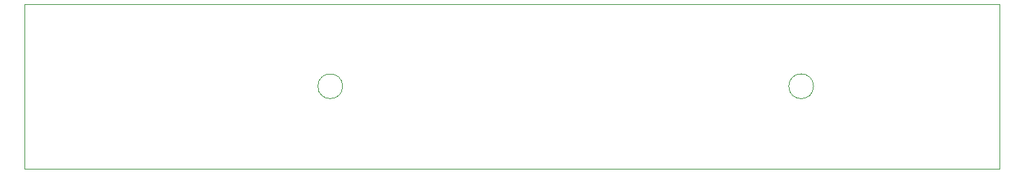
<source format=gbr>
%TF.GenerationSoftware,KiCad,Pcbnew,(5.1.6)-1*%
%TF.CreationDate,2022-09-18T22:31:06+09:00*%
%TF.ProjectId,JoyConMouse,4a6f7943-6f6e-44d6-9f75-73652e6b6963,rev?*%
%TF.SameCoordinates,Original*%
%TF.FileFunction,Profile,NP*%
%FSLAX46Y46*%
G04 Gerber Fmt 4.6, Leading zero omitted, Abs format (unit mm)*
G04 Created by KiCad (PCBNEW (5.1.6)-1) date 2022-09-18 22:31:06*
%MOMM*%
%LPD*%
G01*
G04 APERTURE LIST*
%TA.AperFunction,Profile*%
%ADD10C,0.050000*%
%TD*%
G04 APERTURE END LIST*
D10*
X136000000Y-87500000D02*
G75*
G03*
X136000000Y-87500000I-1500000J0D01*
G01*
X79000000Y-87500000D02*
G75*
G03*
X79000000Y-87500000I-1500000J0D01*
G01*
X158500000Y-77500000D02*
X158500000Y-78500000D01*
X78500000Y-77500000D02*
X158500000Y-77500000D01*
X40500000Y-77500000D02*
X78500000Y-77500000D01*
X40500000Y-97500000D02*
X40500000Y-77500000D01*
X158500000Y-97500000D02*
X158500000Y-78500000D01*
X137500000Y-97500000D02*
X158500000Y-97500000D01*
X40500000Y-97500000D02*
X137500000Y-97500000D01*
M02*

</source>
